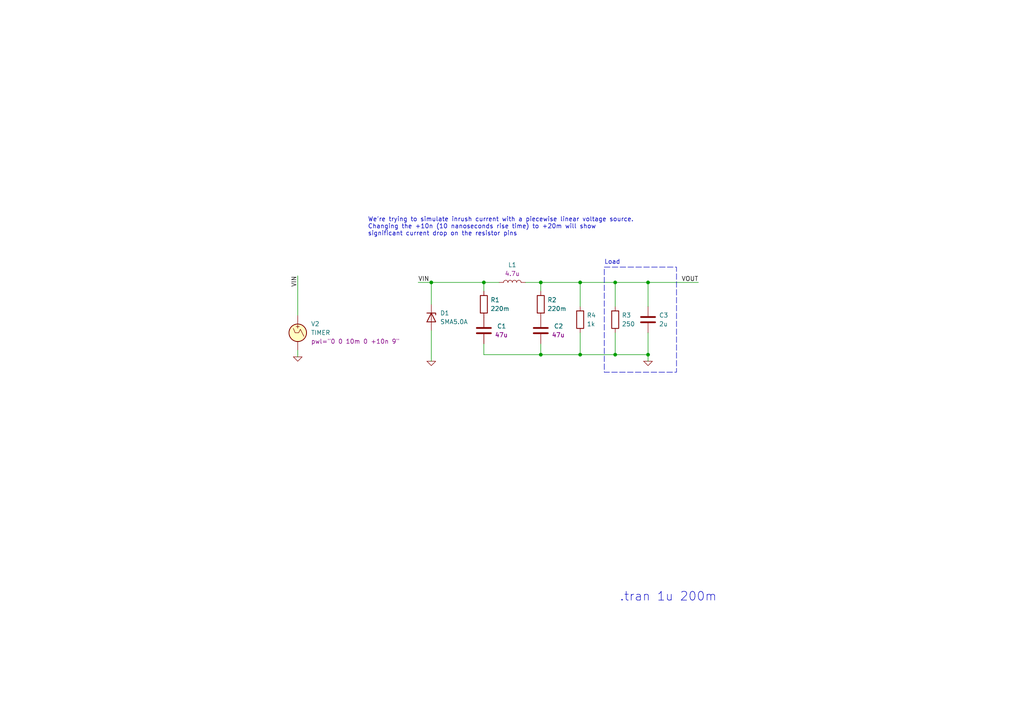
<source format=kicad_sch>
(kicad_sch (version 20230121) (generator eeschema)
  (paper "A4")
  (lib_symbols
    (symbol "Device:C" (pin_numbers hide) (pin_names (offset 0.254))
      (property "Reference" "C" (at 0.635 2.54 0))
      (property "Value" "C" (at 0.635 -2.54 0))
      (symbol "C_0_1"
        (polyline (pts (xy -2.032 -0.762) (xy 2.032 -0.762)) (stroke (width 0.508)))
        (polyline (pts (xy -2.032 0.762) (xy 2.032 0.762)) (stroke (width 0.508)))
      )
      (symbol "C_1_1"
        (pin passive line (at 0 3.81 270) (length 2.794) (name "~") (number "1"))
        (pin passive line (at 0 -3.81 90) (length 2.794) (name "~") (number "2"))
      )
    )
    (symbol "Device:D_Zener" (pin_numbers hide) (pin_names (offset 1.016) hide)
      (property "Reference" "D" (at 0 2.54 0))
      (property "Value" "D_Zener" (at 0 -2.54 0))
      (symbol "D_Zener_0_1"
        (polyline (pts (xy 1.27 0) (xy -1.27 0)))
        (polyline (pts (xy -1.27 -1.27) (xy -1.27 1.27) (xy -0.762 1.27)) (stroke (width 0.254)))
        (polyline (pts (xy 1.27 -1.27) (xy 1.27 1.27) (xy -1.27 0) (xy 1.27 -1.27)) (stroke (width 0.254)))
      )
      (symbol "D_Zener_1_1"
        (pin passive line (at -3.81 0 0) (length 2.54) (name "K") (number "1"))
        (pin passive line (at 3.81 0 180) (length 2.54) (name "A") (number "2"))
      )
    )
    (symbol "Device:L" (pin_numbers hide) (pin_names (offset 1.016) hide)
      (property "Reference" "L" (at -1.27 0 90))
      (property "Value" "L" (at 1.905 0 90))
      (symbol "L_0_1"
        (arc (start 0 -2.54) (mid 0.6323 -1.905) (end 0 -1.27))
        (arc (start 0 -1.27) (mid 0.6323 -0.635) (end 0 0))
        (arc (start 0 0) (mid 0.6323 0.635) (end 0 1.27))
        (arc (start 0 1.27) (mid 0.6323 1.905) (end 0 2.54))
      )
      (symbol "L_1_1"
        (pin passive line (at 0 3.81 270) (length 1.27) (name "1") (number "1"))
        (pin passive line (at 0 -3.81 90) (length 1.27) (name "2") (number "2"))
      )
    )
    (symbol "Device:R" (pin_numbers hide) (pin_names (offset 0))
      (property "Reference" "R" (at 2.032 0 90))
      (property "Value" "R" (at 0 0 90))
      (symbol "R_0_1"
        (rectangle (start -1.016 -2.54) (end 1.016 2.54) (stroke (width 0.254)))
      )
      (symbol "R_1_1"
        (pin passive line (at 0 3.81 270) (length 1.27) (name "~") (number "1"))
        (pin passive line (at 0 -3.81 90) (length 1.27) (name "~") (number "2"))
      )
    )
    (symbol "Simulation_SPICE:0" (power) (pin_names (offset 0))
      (property "Value" "0" (at 0 -1.778 0))
      (symbol "0_0_1"
        (polyline (pts (xy -1.27 0) (xy 0 -1.27) (xy 1.27 0) (xy -1.27 0)))
      )
      (symbol "0_1_1"
        (pin power_in line (at 0 0 0) (length 0) hide (name "0") (number "1"))
      )
    )
    (symbol "Simulation_SPICE:VPWL" (pin_numbers hide) (pin_names (offset 0.0254))
      (property "Reference" "V" (at 2.54 2.54 0))
      (property "Value" "VPWL" (at 2.54 0 0))
      (property "Sim.Params" "pwl=\"0 -1 50n -1 51n 0 97n 1 171n -1 200n -1\"" (at 2.54 -2.54 0))
      (symbol "VPWL_0_0"
        (polyline (pts (xy -1.778 -1.016) (xy -0.762 1.016) (xy -0.254 0) (xy 0.762 0) (xy 1.27 1.27)))
        (text "+" (at 0 1.905 0) (effects (font (size 1.27 1.27))))
      )
      (symbol "VPWL_0_1"
        (circle (center 0 0) (radius 2.54) (stroke (width 0.254)) (fill (type background)))
      )
      (symbol "VPWL_1_1"
        (pin passive line (at 0 5.08 270) (length 2.54) (name "~") (number "1"))
        (pin passive line (at 0 -5.08 90) (length 2.54) (name "~") (number "2"))
      )
    )
  )
  (junction (at 187.96 102.87))
  (junction (at 168.275 102.87))
  (junction (at 125.095 81.915))
  (junction (at 156.845 102.87))
  (junction (at 156.845 81.915))
  (junction (at 178.435 102.87))
  (junction (at 178.435 81.915))
  (junction (at 140.335 81.915))
  (junction (at 168.275 81.915))
  (junction (at 187.96 81.915))
  (wire (pts (xy 187.96 81.915) (xy 202.565 81.915)))
  (wire (pts (xy 168.275 96.52) (xy 168.275 102.87)))
  (wire (pts (xy 178.435 81.915) (xy 187.96 81.915)))
  (wire (pts (xy 178.435 81.915) (xy 178.435 88.9)))
  (wire (pts (xy 86.36 80.01) (xy 86.36 91.44)))
  (wire (pts (xy 187.96 81.915) (xy 187.96 88.9)))
  (wire (pts (xy 168.275 81.915) (xy 178.435 81.915)))
  (wire (pts (xy 178.435 96.52) (xy 178.435 102.87)))
  (wire (pts (xy 187.96 96.52) (xy 187.96 102.87)))
  (wire (pts (xy 168.275 81.915) (xy 168.275 88.9)))
  (wire (pts (xy 178.435 102.87) (xy 187.96 102.87)))
  (wire (pts (xy 125.095 81.915) (xy 140.335 81.915)))
  (wire (pts (xy 187.96 102.87) (xy 187.96 104.775)))
  (wire (pts (xy 156.845 102.87) (xy 168.275 102.87)))
  (wire (pts (xy 156.845 81.915) (xy 168.275 81.915)))
  (wire (pts (xy 140.335 81.915) (xy 144.78 81.915)))
  (wire (pts (xy 121.285 81.915) (xy 125.095 81.915)))
  (wire (pts (xy 140.335 102.87) (xy 140.335 99.695)))
  (wire (pts (xy 140.335 81.915) (xy 140.335 84.455)))
  (wire (pts (xy 168.275 102.87) (xy 178.435 102.87)))
  (wire (pts (xy 156.845 102.87) (xy 156.845 99.695)))
  (wire (pts (xy 86.36 101.6) (xy 86.36 103.505)))
  (wire (pts (xy 125.095 88.265) (xy 125.095 81.915)))
  (wire (pts (xy 125.095 95.885) (xy 125.095 104.775)))
  (wire (pts (xy 156.845 81.915) (xy 156.845 84.455)))
  (wire (pts (xy 152.4 81.915) (xy 156.845 81.915)))
  (wire (pts (xy 140.335 102.87) (xy 156.845 102.87)))
  (rectangle (start 175.26 77.47) (end 196.215 107.95) (stroke (width 0) (type dash)))
  (text "Load" (at 175.26 76.835 0) (effects (font (size 1.27 1.27)) (justify left bottom)))
  (text "We're trying to simulate inrush current with a piecewise linear voltage source.\nChanging the +10n (10 nanoseconds rise time) to +20m will show\nsignificant current drop on the resistor pins" (at 106.68 68.58 0) (effects (font (size 1.27 1.27)) (justify left bottom)))
  (text ".tran 1u 200m" (at 179.705 174.625 0) (effects (font (size 2.54 2.54)) (justify left bottom)))
  (label "VOUT" (at 202.565 81.915 180))
  (label "VIN" (at 86.36 80.01 270))
  (label "VIN" (at 121.285 81.915 0))
  (symbol (lib_id "Simulation_SPICE:VPWL") (at 86.36 96.52 0) (mirror y) (unit 1)
    (property "Reference" "V2" (at 90.17 93.9442 0) (effects (justify right)))
    (property "Value" "TIMER" (at 90.17 96.4842 0) (effects (justify right)))
    (property "Sim.Pins" "1=+ 2=-" (effects hide))
    (property "Sim.Device" "V" (effects hide))
    (property "Sim.Params" "pwl=\"0 0 10m 0 +10n 9\"" (at 90.17 99.0242 0) (effects (justify right)))
    (property "Sim.Type" "PWL" (effects hide))
  )
  (symbol (lib_id "Simulation_SPICE:0") (at 187.96 104.775 0) (unit 1)
    (property "Reference" "#GND01" (effects hide))
    (property "Value" "0" (effects hide))
  )
  (symbol (lib_id "Device:C") (at 140.335 95.885 0) (unit 1)
    (property "Reference" "C1" (at 144.145 94.615 0) (effects (justify left)))
    (property "Value" "${SIM.PARAMS}" (effects hide))
    (property "Datasheet" "47u" (at 145.415 97.155 0))
    (property "Sim.Device" "SUBCKT" (effects hide))
    (property "Sim.Pins" "1=port1 2=port2" (effects hide))
    (property "Sim.Library" "SPICEModels/MURATA_47uF.lib" (effects hide))
    (property "Sim.Name" "GRM32ER61C476ME15_DC0V_25degC" (effects hide))
  )
  (symbol (lib_id "Device:R") (at 156.845 88.265 0) (unit 1)
    (property "Reference" "R2" (at 158.75 86.995 0) (effects (justify left)))
    (property "Value" "220m" (at 158.75 89.535 0) (effects (justify left)))
  )
  (symbol (lib_id "Device:C") (at 187.96 92.71 0) (unit 1)
    (property "Reference" "C3" (at 191.135 91.44 0) (effects (justify left)))
    (property "Value" "2u" (at 191.135 93.98 0) (effects (justify left)))
  )
  (symbol (lib_id "Device:D_Zener") (at 125.095 92.075 270) (unit 1)
    (property "Reference" "D1" (at 127.635 90.805 90) (effects (justify left)))
    (property "Value" "SMA5.0A" (at 127.635 93.345 90) (effects (justify left)))
    (property "Sim.Library" "SPICEModels/SMAJxxxA.lib" (effects hide))
    (property "Sim.Name" "SMAJ5.0A" (effects hide))
    (property "Sim.Device" "SUBCKT" (effects hide))
    (property "Sim.Pins" "1=2 2=1" (effects hide))
  )
  (symbol (lib_id "Device:R") (at 168.275 92.71 0) (unit 1)
    (property "Reference" "R4" (at 170.18 91.44 0) (effects (justify left)))
    (property "Value" "1k" (at 170.18 93.98 0) (effects (justify left)))
  )
  (symbol (lib_id "Device:R") (at 178.435 92.71 0) (unit 1)
    (property "Reference" "R3" (at 180.34 91.44 0) (effects (justify left)))
    (property "Value" "250" (at 180.34 93.98 0) (effects (justify left)))
  )
  (symbol (lib_id "Simulation_SPICE:0") (at 86.36 103.505 0) (unit 1)
    (property "Reference" "#GND02" (effects hide))
    (property "Value" "0" (effects hide))
  )
  (symbol (lib_id "Device:R") (at 140.335 88.265 0) (unit 1)
    (property "Reference" "R1" (at 142.24 86.995 0) (effects (justify left)))
    (property "Value" "220m" (at 142.24 89.535 0) (effects (justify left)))
  )
  (symbol (lib_id "Device:C") (at 156.845 95.885 0) (unit 1)
    (property "Reference" "C2" (at 160.655 94.615 0) (effects (justify left)))
    (property "Value" "${SIM.PARAMS}" (effects hide))
    (property "Datasheet" "47u" (at 161.925 97.155 0))
    (property "Sim.Device" "SUBCKT" (effects hide))
    (property "Sim.Pins" "1=port1 2=port2" (effects hide))
    (property "Sim.Library" "SPICEModels/MURATA_47uF.lib" (effects hide))
    (property "Sim.Name" "GRM32ER61C476ME15_DC0V_25degC" (effects hide))
  )
  (symbol (lib_id "Device:L") (at 148.59 81.915 90) (unit 1)
    (property "Reference" "L1" (at 148.59 76.835 90))
    (property "Value" "${SIM.PARAMS}" (effects hide))
    (property "Datasheet" "4.7u" (at 148.59 79.375 90))
    (property "Sim.Device" "SUBCKT" (effects hide))
    (property "Sim.Pins" "1=1 2=2" (effects hide))
    (property "Sim.Library" "SPICEModels/104CDMCCDS.lib" (effects hide))
    (property "Sim.Name" "104CDMCCDS_4R7MC" (effects hide))
  )
  (symbol (lib_id "Simulation_SPICE:0") (at 125.095 104.775 0) (unit 1)
    (property "Reference" "#GND03" (effects hide))
    (property "Value" "0" (effects hide))
  )
)
</source>
